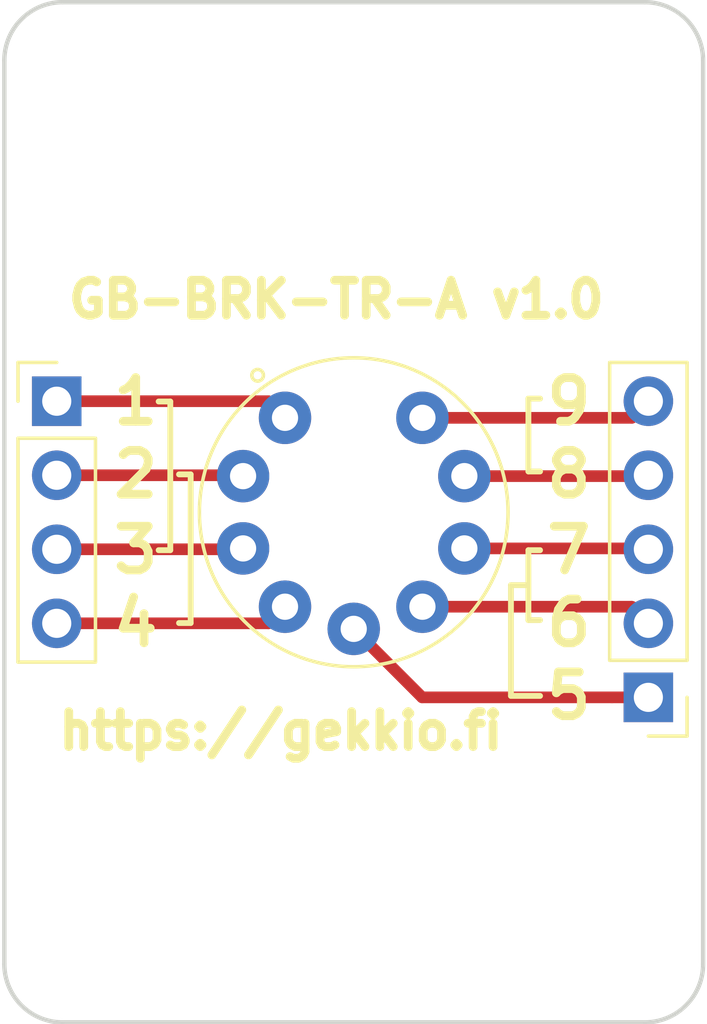
<source format=kicad_pcb>
(kicad_pcb (version 20171130) (host pcbnew 5.1.6-c6e7f7d~86~ubuntu20.04.1)

  (general
    (thickness 1)
    (drawings 34)
    (tracks 19)
    (zones 0)
    (modules 7)
    (nets 10)
  )

  (page A4)
  (title_block
    (title GB-BRK-TR-A)
    (rev v1.0)
    (company https://gekkio.fi)
  )

  (layers
    (0 F.Cu signal)
    (31 B.Cu signal)
    (32 B.Adhes user)
    (33 F.Adhes user)
    (34 B.Paste user)
    (35 F.Paste user)
    (36 B.SilkS user)
    (37 F.SilkS user)
    (38 B.Mask user)
    (39 F.Mask user)
    (40 Dwgs.User user)
    (41 Cmts.User user)
    (42 Eco1.User user)
    (43 Eco2.User user)
    (44 Edge.Cuts user)
    (45 Margin user)
    (46 B.CrtYd user)
    (47 F.CrtYd user)
    (48 B.Fab user)
    (49 F.Fab user)
  )

  (setup
    (last_trace_width 0.4)
    (trace_clearance 0.2)
    (zone_clearance 0.508)
    (zone_45_only no)
    (trace_min 0.2)
    (via_size 0.8)
    (via_drill 0.4)
    (via_min_size 0.4)
    (via_min_drill 0.3)
    (uvia_size 0.3)
    (uvia_drill 0.1)
    (uvias_allowed no)
    (uvia_min_size 0.2)
    (uvia_min_drill 0.1)
    (edge_width 0.15)
    (segment_width 0.2)
    (pcb_text_width 0.3)
    (pcb_text_size 1.5 1.5)
    (mod_edge_width 0.15)
    (mod_text_size 1 1)
    (mod_text_width 0.15)
    (pad_size 1.524 1.524)
    (pad_drill 0.762)
    (pad_to_mask_clearance 0)
    (aux_axis_origin 0 0)
    (visible_elements FFFFFF7F)
    (pcbplotparams
      (layerselection 0x010fc_ffffffff)
      (usegerberextensions false)
      (usegerberattributes false)
      (usegerberadvancedattributes false)
      (creategerberjobfile true)
      (excludeedgelayer false)
      (linewidth 0.100000)
      (plotframeref false)
      (viasonmask false)
      (mode 1)
      (useauxorigin false)
      (hpglpennumber 1)
      (hpglpenspeed 20)
      (hpglpendiameter 15.000000)
      (psnegative false)
      (psa4output false)
      (plotreference true)
      (plotvalue true)
      (plotinvisibletext false)
      (padsonsilk false)
      (subtractmaskfromsilk false)
      (outputformat 1)
      (mirror false)
      (drillshape 0)
      (scaleselection 1)
      (outputdirectory "gerber/"))
  )

  (net 0 "")
  (net 1 "Net-(J2-Pad5)")
  (net 2 "Net-(J2-Pad3)")
  (net 3 "Net-(J2-Pad4)")
  (net 4 "Net-(J2-Pad2)")
  (net 5 "Net-(J2-Pad1)")
  (net 6 "Net-(J1-Pad4)")
  (net 7 "Net-(J1-Pad3)")
  (net 8 "Net-(J1-Pad2)")
  (net 9 "Net-(J1-Pad1)")

  (net_class Default "This is the default net class."
    (clearance 0.2)
    (trace_width 0.4)
    (via_dia 0.8)
    (via_drill 0.4)
    (uvia_dia 0.3)
    (uvia_drill 0.1)
    (add_net "Net-(J1-Pad1)")
    (add_net "Net-(J1-Pad2)")
    (add_net "Net-(J1-Pad3)")
    (add_net "Net-(J1-Pad4)")
    (add_net "Net-(J2-Pad1)")
    (add_net "Net-(J2-Pad2)")
    (add_net "Net-(J2-Pad3)")
    (add_net "Net-(J2-Pad4)")
    (add_net "Net-(J2-Pad5)")
  )

  (module Connector_PinHeader_2.54mm:PinHeader_1x04_P2.54mm_Vertical (layer F.Cu) (tedit 59FED5CC) (tstamp 5C371EEF)
    (at 52.8 63.69)
    (descr "Through hole straight pin header, 1x04, 2.54mm pitch, single row")
    (tags "Through hole pin header THT 1x04 2.54mm single row")
    (path /5C34ADBC)
    (fp_text reference J1 (at 0 -2.33) (layer F.SilkS) hide
      (effects (font (size 1 1) (thickness 0.15)))
    )
    (fp_text value Conn_01x04 (at 0 9.95) (layer F.Fab) hide
      (effects (font (size 1 1) (thickness 0.15)))
    )
    (fp_line (start -0.635 -1.27) (end 1.27 -1.27) (layer F.Fab) (width 0.1))
    (fp_line (start 1.27 -1.27) (end 1.27 8.89) (layer F.Fab) (width 0.1))
    (fp_line (start 1.27 8.89) (end -1.27 8.89) (layer F.Fab) (width 0.1))
    (fp_line (start -1.27 8.89) (end -1.27 -0.635) (layer F.Fab) (width 0.1))
    (fp_line (start -1.27 -0.635) (end -0.635 -1.27) (layer F.Fab) (width 0.1))
    (fp_line (start -1.33 8.95) (end 1.33 8.95) (layer F.SilkS) (width 0.12))
    (fp_line (start -1.33 1.27) (end -1.33 8.95) (layer F.SilkS) (width 0.12))
    (fp_line (start 1.33 1.27) (end 1.33 8.95) (layer F.SilkS) (width 0.12))
    (fp_line (start -1.33 1.27) (end 1.33 1.27) (layer F.SilkS) (width 0.12))
    (fp_line (start -1.33 0) (end -1.33 -1.33) (layer F.SilkS) (width 0.12))
    (fp_line (start -1.33 -1.33) (end 0 -1.33) (layer F.SilkS) (width 0.12))
    (fp_line (start -1.8 -1.8) (end -1.8 9.4) (layer F.CrtYd) (width 0.05))
    (fp_line (start -1.8 9.4) (end 1.8 9.4) (layer F.CrtYd) (width 0.05))
    (fp_line (start 1.8 9.4) (end 1.8 -1.8) (layer F.CrtYd) (width 0.05))
    (fp_line (start 1.8 -1.8) (end -1.8 -1.8) (layer F.CrtYd) (width 0.05))
    (fp_text user %R (at 0 3.81 90) (layer F.Fab)
      (effects (font (size 1 1) (thickness 0.15)))
    )
    (pad 4 thru_hole oval (at 0 7.62) (size 1.7 1.7) (drill 1) (layers *.Cu *.Mask)
      (net 6 "Net-(J1-Pad4)"))
    (pad 3 thru_hole oval (at 0 5.08) (size 1.7 1.7) (drill 1) (layers *.Cu *.Mask)
      (net 7 "Net-(J1-Pad3)"))
    (pad 2 thru_hole oval (at 0 2.54) (size 1.7 1.7) (drill 1) (layers *.Cu *.Mask)
      (net 8 "Net-(J1-Pad2)"))
    (pad 1 thru_hole rect (at 0 0) (size 1.7 1.7) (drill 1) (layers *.Cu *.Mask)
      (net 9 "Net-(J1-Pad1)"))
    (model ${KISYS3DMOD}/Connector_PinHeader_2.54mm.3dshapes/PinHeader_1x04_P2.54mm_Vertical.wrl
      (at (xyz 0 0 0))
      (scale (xyz 1 1 1))
      (rotate (xyz 0 0 0))
    )
  )

  (module Connector_PinHeader_2.54mm:PinHeader_1x05_P2.54mm_Vertical (layer F.Cu) (tedit 59FED5CC) (tstamp 5C371ED7)
    (at 73.12 73.85 180)
    (descr "Through hole straight pin header, 1x05, 2.54mm pitch, single row")
    (tags "Through hole pin header THT 1x05 2.54mm single row")
    (path /5C34B7B0)
    (fp_text reference J2 (at 0 -2.33 180) (layer F.SilkS) hide
      (effects (font (size 1 1) (thickness 0.15)))
    )
    (fp_text value Conn_01x05 (at 0 12.49 180) (layer F.Fab) hide
      (effects (font (size 1 1) (thickness 0.15)))
    )
    (fp_line (start -0.635 -1.27) (end 1.27 -1.27) (layer F.Fab) (width 0.1))
    (fp_line (start 1.27 -1.27) (end 1.27 11.43) (layer F.Fab) (width 0.1))
    (fp_line (start 1.27 11.43) (end -1.27 11.43) (layer F.Fab) (width 0.1))
    (fp_line (start -1.27 11.43) (end -1.27 -0.635) (layer F.Fab) (width 0.1))
    (fp_line (start -1.27 -0.635) (end -0.635 -1.27) (layer F.Fab) (width 0.1))
    (fp_line (start -1.33 11.49) (end 1.33 11.49) (layer F.SilkS) (width 0.12))
    (fp_line (start -1.33 1.27) (end -1.33 11.49) (layer F.SilkS) (width 0.12))
    (fp_line (start 1.33 1.27) (end 1.33 11.49) (layer F.SilkS) (width 0.12))
    (fp_line (start -1.33 1.27) (end 1.33 1.27) (layer F.SilkS) (width 0.12))
    (fp_line (start -1.33 0) (end -1.33 -1.33) (layer F.SilkS) (width 0.12))
    (fp_line (start -1.33 -1.33) (end 0 -1.33) (layer F.SilkS) (width 0.12))
    (fp_line (start -1.8 -1.8) (end -1.8 11.95) (layer F.CrtYd) (width 0.05))
    (fp_line (start -1.8 11.95) (end 1.8 11.95) (layer F.CrtYd) (width 0.05))
    (fp_line (start 1.8 11.95) (end 1.8 -1.8) (layer F.CrtYd) (width 0.05))
    (fp_line (start 1.8 -1.8) (end -1.8 -1.8) (layer F.CrtYd) (width 0.05))
    (fp_text user %R (at 0 5.08 270) (layer F.Fab)
      (effects (font (size 1 1) (thickness 0.15)))
    )
    (pad 5 thru_hole oval (at 0 10.16 180) (size 1.7 1.7) (drill 1) (layers *.Cu *.Mask)
      (net 1 "Net-(J2-Pad5)"))
    (pad 4 thru_hole oval (at 0 7.62 180) (size 1.7 1.7) (drill 1) (layers *.Cu *.Mask)
      (net 3 "Net-(J2-Pad4)"))
    (pad 3 thru_hole oval (at 0 5.08 180) (size 1.7 1.7) (drill 1) (layers *.Cu *.Mask)
      (net 2 "Net-(J2-Pad3)"))
    (pad 2 thru_hole oval (at 0 2.54 180) (size 1.7 1.7) (drill 1) (layers *.Cu *.Mask)
      (net 4 "Net-(J2-Pad2)"))
    (pad 1 thru_hole rect (at 0 0 180) (size 1.7 1.7) (drill 1) (layers *.Cu *.Mask)
      (net 5 "Net-(J2-Pad1)"))
    (model ${KISYS3DMOD}/Connector_PinHeader_2.54mm.3dshapes/PinHeader_1x05_P2.54mm_Vertical.wrl
      (at (xyz 0 0 0))
      (scale (xyz 1 1 1))
      (rotate (xyz 0 0 0))
    )
  )

  (module Gekkio_Transformer_THT:Transformer_GameBoy_DMG (layer F.Cu) (tedit 5C3130F8) (tstamp 5C371EBE)
    (at 63 67.5)
    (path /5C34A949)
    (fp_text reference T1 (at 0 -7) (layer F.SilkS) hide
      (effects (font (size 1 1) (thickness 0.15)))
    )
    (fp_text value GameBoy_Transformer_DMG (at 0 7) (layer F.Fab) hide
      (effects (font (size 1 1) (thickness 0.15)))
    )
    (fp_circle (center 0 0) (end 5 0) (layer F.Fab) (width 0.1))
    (fp_circle (center 0 0) (end 5.3 0) (layer F.SilkS) (width 0.12))
    (fp_line (start -2.3 -2.2) (end -2.3 -1.6) (layer F.Fab) (width 0.1))
    (fp_line (start -2.3 -2.2) (end -2.1 -2) (layer F.Fab) (width 0.1))
    (fp_line (start -2.5 -2) (end -2.3 -2.2) (layer F.Fab) (width 0.1))
    (fp_circle (center -3.3 -4.7) (end -3.1 -4.7) (layer F.SilkS) (width 0.12))
    (fp_line (start 5.55 -5.55) (end -5.55 -5.55) (layer F.Fab) (width 0.05))
    (fp_line (start -5.55 -5.55) (end -5.55 5.55) (layer F.Fab) (width 0.05))
    (fp_line (start 5.55 5.55) (end -5.55 5.55) (layer F.Fab) (width 0.05))
    (fp_line (start 5.55 -5.55) (end 5.55 5.55) (layer F.Fab) (width 0.05))
    (pad 1 thru_hole circle (at -2.36 -3.24 90) (size 1.8 1.8) (drill 0.9) (layers *.Cu *.Mask)
      (net 9 "Net-(J1-Pad1)"))
    (pad 2 thru_hole circle (at -3.8 -1.24 90) (size 1.8 1.8) (drill 0.9) (layers *.Cu *.Mask)
      (net 8 "Net-(J1-Pad2)"))
    (pad 3 thru_hole circle (at -3.8 1.24 90) (size 1.8 1.8) (drill 0.9) (layers *.Cu *.Mask)
      (net 7 "Net-(J1-Pad3)"))
    (pad 4 thru_hole circle (at -2.36 3.24 90) (size 1.8 1.8) (drill 0.9) (layers *.Cu *.Mask)
      (net 6 "Net-(J1-Pad4)"))
    (pad 5 thru_hole circle (at 0 4 90) (size 1.8 1.8) (drill 0.9) (layers *.Cu *.Mask)
      (net 5 "Net-(J2-Pad1)"))
    (pad 6 thru_hole circle (at 2.36 3.24 90) (size 1.8 1.8) (drill 0.9) (layers *.Cu *.Mask)
      (net 4 "Net-(J2-Pad2)"))
    (pad 8 thru_hole circle (at 3.8 -1.24 90) (size 1.8 1.8) (drill 0.9) (layers *.Cu *.Mask)
      (net 3 "Net-(J2-Pad4)"))
    (pad 7 thru_hole circle (at 3.8 1.24 90) (size 1.8 1.8) (drill 0.9) (layers *.Cu *.Mask)
      (net 2 "Net-(J2-Pad3)"))
    (pad 9 thru_hole circle (at 2.36 -3.24 90) (size 1.8 1.8) (drill 0.9) (layers *.Cu *.Mask)
      (net 1 "Net-(J2-Pad5)"))
  )

  (module MountingHole:MountingHole_3.2mm_M3 (layer F.Cu) (tedit 56D1B4CB) (tstamp 5E46DB5F)
    (at 70 80)
    (descr "Mounting Hole 3.2mm, no annular, M3")
    (tags "mounting hole 3.2mm no annular m3")
    (path /5C34AD2F)
    (attr virtual)
    (fp_text reference H4 (at 0 -4.2) (layer F.SilkS) hide
      (effects (font (size 1 1) (thickness 0.15)))
    )
    (fp_text value MountingHole (at 0 4.2) (layer F.Fab)
      (effects (font (size 1 1) (thickness 0.15)))
    )
    (fp_circle (center 0 0) (end 3.2 0) (layer Cmts.User) (width 0.15))
    (fp_circle (center 0 0) (end 3.45 0) (layer F.CrtYd) (width 0.05))
    (fp_text user %R (at 0.3 0) (layer F.Fab)
      (effects (font (size 1 1) (thickness 0.15)))
    )
    (pad 1 np_thru_hole circle (at 0 0) (size 3.2 3.2) (drill 3.2) (layers *.Cu *.Mask))
  )

  (module MountingHole:MountingHole_3.2mm_M3 (layer F.Cu) (tedit 56D1B4CB) (tstamp 5C371E9F)
    (at 56 80)
    (descr "Mounting Hole 3.2mm, no annular, M3")
    (tags "mounting hole 3.2mm no annular m3")
    (path /5C34AC77)
    (attr virtual)
    (fp_text reference H3 (at 0 -4.2) (layer F.SilkS) hide
      (effects (font (size 1 1) (thickness 0.15)))
    )
    (fp_text value MountingHole (at 0 4.2) (layer F.Fab)
      (effects (font (size 1 1) (thickness 0.15)))
    )
    (fp_circle (center 0 0) (end 3.2 0) (layer Cmts.User) (width 0.15))
    (fp_circle (center 0 0) (end 3.45 0) (layer F.CrtYd) (width 0.05))
    (fp_text user %R (at 0.3 0) (layer F.Fab)
      (effects (font (size 1 1) (thickness 0.15)))
    )
    (pad 1 np_thru_hole circle (at 0 0) (size 3.2 3.2) (drill 3.2) (layers *.Cu *.Mask))
  )

  (module MountingHole:MountingHole_3.2mm_M3 (layer F.Cu) (tedit 56D1B4CB) (tstamp 5C371E97)
    (at 70 55)
    (descr "Mounting Hole 3.2mm, no annular, M3")
    (tags "mounting hole 3.2mm no annular m3")
    (path /5C34AD0B)
    (attr virtual)
    (fp_text reference H2 (at 0 -4.2) (layer F.SilkS) hide
      (effects (font (size 1 1) (thickness 0.15)))
    )
    (fp_text value MountingHole (at 0 4.2) (layer F.Fab)
      (effects (font (size 1 1) (thickness 0.15)))
    )
    (fp_circle (center 0 0) (end 3.2 0) (layer Cmts.User) (width 0.15))
    (fp_circle (center 0 0) (end 3.45 0) (layer F.CrtYd) (width 0.05))
    (fp_text user %R (at 0.3 0) (layer F.Fab)
      (effects (font (size 1 1) (thickness 0.15)))
    )
    (pad 1 np_thru_hole circle (at 0 0) (size 3.2 3.2) (drill 3.2) (layers *.Cu *.Mask))
  )

  (module MountingHole:MountingHole_3.2mm_M3 (layer F.Cu) (tedit 56D1B4CB) (tstamp 5C371E8F)
    (at 56 55)
    (descr "Mounting Hole 3.2mm, no annular, M3")
    (tags "mounting hole 3.2mm no annular m3")
    (path /5C34ABFF)
    (attr virtual)
    (fp_text reference H1 (at 0 -4.2) (layer F.SilkS) hide
      (effects (font (size 1 1) (thickness 0.15)))
    )
    (fp_text value MountingHole (at 0 4.2) (layer F.Fab)
      (effects (font (size 1 1) (thickness 0.15)))
    )
    (fp_circle (center 0 0) (end 3.2 0) (layer Cmts.User) (width 0.15))
    (fp_circle (center 0 0) (end 3.45 0) (layer F.CrtYd) (width 0.05))
    (fp_text user %R (at 0.3 0) (layer F.Fab)
      (effects (font (size 1 1) (thickness 0.15)))
    )
    (pad 1 np_thru_hole circle (at 0 0) (size 3.2 3.2) (drill 3.2) (layers *.Cu *.Mask))
  )

  (gr_arc (start 53 83) (end 51 83) (angle -90) (layer Edge.Cuts) (width 0.15) (tstamp 5C372A44))
  (gr_arc (start 73 83) (end 73 85) (angle -90) (layer Edge.Cuts) (width 0.15) (tstamp 5C372A3A))
  (gr_arc (start 73 52) (end 75 52) (angle -90) (layer Edge.Cuts) (width 0.15) (tstamp 5C372A2F))
  (gr_arc (start 53 52) (end 53 50) (angle -90) (layer Edge.Cuts) (width 0.15))
  (gr_text https://gekkio.fi (at 60.5 75) (layer F.SilkS) (tstamp 5C3729D7)
    (effects (font (size 1.2 1.2) (thickness 0.3)))
  )
  (gr_text "GB-BRK-TR-A v1.0" (at 62.4 60.2) (layer F.SilkS) (tstamp 5E46DBD7)
    (effects (font (size 1.2 1.2) (thickness 0.3)))
  )
  (gr_line (start 68.4 73.8) (end 69.4 73.8) (layer F.SilkS) (width 0.2))
  (gr_line (start 68.4 70) (end 68.4 73.8) (layer F.SilkS) (width 0.2))
  (gr_line (start 69 70) (end 68.4 70) (layer F.SilkS) (width 0.2))
  (gr_line (start 69 68.8) (end 69 71.2) (layer F.SilkS) (width 0.2))
  (gr_line (start 69 71.2) (end 69.4 71.2) (layer F.SilkS) (width 0.2) (tstamp 5C372984))
  (gr_line (start 69 68.8) (end 69.4 68.8) (layer F.SilkS) (width 0.2) (tstamp 5C372982))
  (gr_line (start 69 63.6) (end 69 66.1) (layer F.SilkS) (width 0.2))
  (gr_line (start 69 66.1) (end 69.4 66.1) (layer F.SilkS) (width 0.2) (tstamp 5C37297D))
  (gr_line (start 69 63.6) (end 69.4 63.6) (layer F.SilkS) (width 0.2) (tstamp 5C37297B))
  (gr_line (start 57 71.3) (end 57.4 71.3) (layer F.SilkS) (width 0.2) (tstamp 5C37295F))
  (gr_line (start 57.4 66.2) (end 57.4 71.3) (layer F.SilkS) (width 0.2) (tstamp 5C37295B))
  (gr_line (start 57.4 66.2) (end 57 66.2) (layer F.SilkS) (width 0.2) (tstamp 5C372958))
  (gr_line (start 56.7 68.8) (end 56.3 68.8) (layer F.SilkS) (width 0.2))
  (gr_line (start 56.7 63.7) (end 56.7 68.8) (layer F.SilkS) (width 0.2))
  (gr_line (start 56.3 63.7) (end 56.7 63.7) (layer F.SilkS) (width 0.2))
  (gr_text 9 (at 71.3 63.7) (layer F.SilkS) (tstamp 5C37293A)
    (effects (font (size 1.5 1.5) (thickness 0.3)) (justify right))
  )
  (gr_text 8 (at 71.3 66.2) (layer F.SilkS) (tstamp 5C372936)
    (effects (font (size 1.5 1.5) (thickness 0.3)) (justify right))
  )
  (gr_text 7 (at 71.3 68.8) (layer F.SilkS) (tstamp 5C372933)
    (effects (font (size 1.5 1.5) (thickness 0.3)) (justify right))
  )
  (gr_text 6 (at 71.3 71.3) (layer F.SilkS) (tstamp 5C372930)
    (effects (font (size 1.5 1.5) (thickness 0.3)) (justify right))
  )
  (gr_text 5 (at 71.3 73.8) (layer F.SilkS) (tstamp 5C37292A)
    (effects (font (size 1.5 1.5) (thickness 0.3)) (justify right))
  )
  (gr_text 4 (at 54.6 71.3) (layer F.SilkS) (tstamp 5C372927)
    (effects (font (size 1.5 1.5) (thickness 0.3)) (justify left))
  )
  (gr_text 3 (at 54.6 68.8) (layer F.SilkS) (tstamp 5C372924)
    (effects (font (size 1.5 1.5) (thickness 0.3)) (justify left))
  )
  (gr_text 2 (at 54.6 66.2) (layer F.SilkS) (tstamp 5C37291D)
    (effects (font (size 1.5 1.5) (thickness 0.3)) (justify left))
  )
  (gr_text 1 (at 54.6 63.7) (layer F.SilkS)
    (effects (font (size 1.5 1.5) (thickness 0.3)) (justify left))
  )
  (gr_line (start 51 83) (end 51 52) (layer Edge.Cuts) (width 0.15))
  (gr_line (start 73 85) (end 53 85) (layer Edge.Cuts) (width 0.15))
  (gr_line (start 75 52) (end 75 83) (layer Edge.Cuts) (width 0.15))
  (gr_line (start 53 50) (end 73 50) (layer Edge.Cuts) (width 0.15))

  (segment (start 72.55 64.26) (end 73.12 63.69) (width 0.4) (layer F.Cu) (net 1))
  (segment (start 65.36 64.26) (end 72.55 64.26) (width 0.4) (layer F.Cu) (net 1))
  (segment (start 73.09 68.74) (end 73.12 68.77) (width 0.4) (layer F.Cu) (net 2))
  (segment (start 66.8 68.74) (end 73.09 68.74) (width 0.4) (layer F.Cu) (net 2))
  (segment (start 73.09 66.26) (end 73.12 66.23) (width 0.4) (layer F.Cu) (net 3))
  (segment (start 66.8 66.26) (end 73.09 66.26) (width 0.4) (layer F.Cu) (net 3))
  (segment (start 72.55 70.74) (end 73.12 71.31) (width 0.4) (layer F.Cu) (net 4))
  (segment (start 65.36 70.74) (end 72.55 70.74) (width 0.4) (layer F.Cu) (net 4))
  (segment (start 71.87 73.85) (end 73.12 73.85) (width 0.4) (layer F.Cu) (net 5))
  (segment (start 63 71.5) (end 65.35 73.85) (width 0.4) (layer F.Cu) (net 5))
  (segment (start 65.35 73.85) (end 71.87 73.85) (width 0.4) (layer F.Cu) (net 5))
  (segment (start 60.07 71.31) (end 60.64 70.74) (width 0.4) (layer F.Cu) (net 6))
  (segment (start 52.8 71.31) (end 60.07 71.31) (width 0.4) (layer F.Cu) (net 6))
  (segment (start 59.17 68.77) (end 59.2 68.74) (width 0.4) (layer F.Cu) (net 7))
  (segment (start 52.8 68.77) (end 59.17 68.77) (width 0.4) (layer F.Cu) (net 7))
  (segment (start 59.17 66.23) (end 59.2 66.26) (width 0.4) (layer F.Cu) (net 8))
  (segment (start 52.8 66.23) (end 59.17 66.23) (width 0.4) (layer F.Cu) (net 8))
  (segment (start 60.07 63.69) (end 60.64 64.26) (width 0.4) (layer F.Cu) (net 9))
  (segment (start 52.8 63.69) (end 60.07 63.69) (width 0.4) (layer F.Cu) (net 9))

)

</source>
